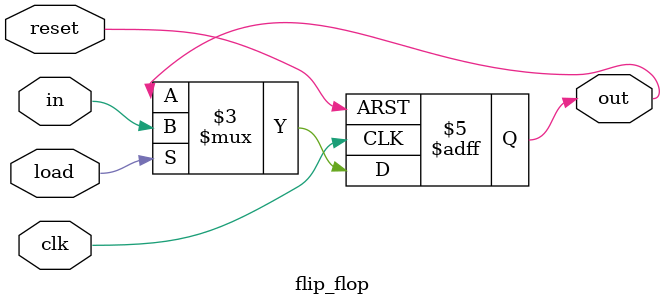
<source format=sv>
module flip_flop(input logic clk,
									  load, 
									  reset,
									  in,
						output logic out);
						
		always_ff @(posedge clk or posedge reset)
					begin
							if(reset)
							begin
								out = 0;
							end
							
							else if(load) 
							begin
								out = in;
							end
							
							else
							begin
								out = out;
							end
					end
endmodule
								
									
</source>
